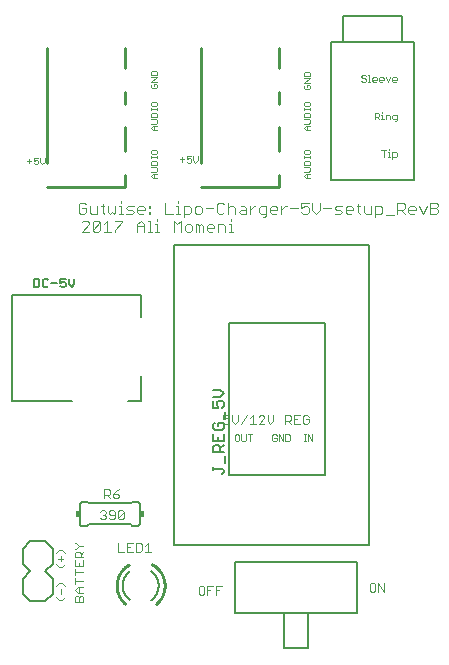
<source format=gto>
G75*
%MOIN*%
%OFA0B0*%
%FSLAX25Y25*%
%IPPOS*%
%LPD*%
%AMOC8*
5,1,8,0,0,1.08239X$1,22.5*
%
%ADD10C,0.00300*%
%ADD11C,0.00800*%
%ADD12C,0.00500*%
%ADD13C,0.00200*%
%ADD14C,0.00400*%
%ADD15C,0.00600*%
%ADD16C,0.01000*%
%ADD17R,0.01500X0.02000*%
D10*
X0032758Y0018252D02*
X0033725Y0017285D01*
X0034693Y0017285D01*
X0035660Y0018252D01*
X0034209Y0019249D02*
X0034209Y0021184D01*
X0035660Y0022195D02*
X0034693Y0023163D01*
X0033725Y0023163D01*
X0032758Y0022195D01*
X0033725Y0028285D02*
X0032758Y0029252D01*
X0033725Y0028285D02*
X0034693Y0028285D01*
X0035660Y0029252D01*
X0034209Y0030249D02*
X0034209Y0032184D01*
X0033242Y0031216D02*
X0035177Y0031216D01*
X0035660Y0033195D02*
X0034693Y0034163D01*
X0033725Y0034163D01*
X0032758Y0033195D01*
X0038958Y0033018D02*
X0038958Y0031567D01*
X0041860Y0031567D01*
X0040893Y0031567D02*
X0040893Y0033018D01*
X0040409Y0033502D01*
X0039442Y0033502D01*
X0038958Y0033018D01*
X0038958Y0034513D02*
X0039442Y0034513D01*
X0040409Y0035481D01*
X0041860Y0035481D01*
X0040409Y0035481D02*
X0039442Y0036448D01*
X0038958Y0036448D01*
X0041860Y0033502D02*
X0040893Y0032534D01*
X0041860Y0030555D02*
X0041860Y0028620D01*
X0038958Y0028620D01*
X0038958Y0030555D01*
X0040409Y0029588D02*
X0040409Y0028620D01*
X0038958Y0027609D02*
X0038958Y0025674D01*
X0038958Y0026641D02*
X0041860Y0026641D01*
X0041860Y0023695D02*
X0038958Y0023695D01*
X0038958Y0024662D02*
X0038958Y0022727D01*
X0039925Y0021716D02*
X0038958Y0020748D01*
X0039925Y0019781D01*
X0041860Y0019781D01*
X0041377Y0018769D02*
X0041860Y0018285D01*
X0041860Y0016834D01*
X0038958Y0016834D01*
X0038958Y0018285D01*
X0039442Y0018769D01*
X0039925Y0018769D01*
X0040409Y0018285D01*
X0040409Y0016834D01*
X0040409Y0018285D02*
X0040893Y0018769D01*
X0041377Y0018769D01*
X0040409Y0019781D02*
X0040409Y0021716D01*
X0039925Y0021716D02*
X0041860Y0021716D01*
X0053504Y0033522D02*
X0053504Y0036425D01*
X0053504Y0033522D02*
X0055439Y0033522D01*
X0056451Y0033522D02*
X0058386Y0033522D01*
X0059397Y0033522D02*
X0060849Y0033522D01*
X0061332Y0034006D01*
X0061332Y0035941D01*
X0060849Y0036425D01*
X0059397Y0036425D01*
X0059397Y0033522D01*
X0057418Y0034973D02*
X0056451Y0034973D01*
X0056451Y0033522D02*
X0056451Y0036425D01*
X0058386Y0036425D01*
X0062344Y0035457D02*
X0063311Y0036425D01*
X0063311Y0033522D01*
X0062344Y0033522D02*
X0064279Y0033522D01*
X0054732Y0044350D02*
X0055216Y0044834D01*
X0055216Y0046769D01*
X0053281Y0044834D01*
X0053765Y0044350D01*
X0054732Y0044350D01*
X0053281Y0044834D02*
X0053281Y0046769D01*
X0053765Y0047253D01*
X0054732Y0047253D01*
X0055216Y0046769D01*
X0052269Y0046769D02*
X0051786Y0047253D01*
X0050818Y0047253D01*
X0050334Y0046769D01*
X0050334Y0046285D01*
X0050818Y0045802D01*
X0052269Y0045802D01*
X0052269Y0046769D02*
X0052269Y0044834D01*
X0051786Y0044350D01*
X0050818Y0044350D01*
X0050334Y0044834D01*
X0049323Y0044834D02*
X0048839Y0044350D01*
X0047872Y0044350D01*
X0047388Y0044834D01*
X0048355Y0045802D02*
X0048839Y0045802D01*
X0049323Y0045318D01*
X0049323Y0044834D01*
X0048839Y0045802D02*
X0049323Y0046285D01*
X0049323Y0046769D01*
X0048839Y0047253D01*
X0047872Y0047253D01*
X0047388Y0046769D01*
X0048788Y0051350D02*
X0048788Y0054253D01*
X0050239Y0054253D01*
X0050723Y0053769D01*
X0050723Y0052802D01*
X0050239Y0052318D01*
X0048788Y0052318D01*
X0049755Y0052318D02*
X0050723Y0051350D01*
X0051734Y0051834D02*
X0052218Y0051350D01*
X0053186Y0051350D01*
X0053669Y0051834D01*
X0053669Y0052318D01*
X0053186Y0052802D01*
X0051734Y0052802D01*
X0051734Y0051834D01*
X0051734Y0052802D02*
X0052702Y0053769D01*
X0053669Y0054253D01*
X0080697Y0022078D02*
X0080213Y0021594D01*
X0080213Y0019659D01*
X0080697Y0019176D01*
X0081664Y0019176D01*
X0082148Y0019659D01*
X0082148Y0021594D01*
X0081664Y0022078D01*
X0080697Y0022078D01*
X0083160Y0022078D02*
X0085094Y0022078D01*
X0086106Y0022078D02*
X0088041Y0022078D01*
X0087074Y0020627D02*
X0086106Y0020627D01*
X0086106Y0019176D02*
X0086106Y0022078D01*
X0084127Y0020627D02*
X0083160Y0020627D01*
X0083160Y0019176D02*
X0083160Y0022078D01*
X0137213Y0022594D02*
X0137213Y0020659D01*
X0137697Y0020176D01*
X0138664Y0020176D01*
X0139148Y0020659D01*
X0139148Y0022594D01*
X0138664Y0023078D01*
X0137697Y0023078D01*
X0137213Y0022594D01*
X0140160Y0023078D02*
X0140160Y0020176D01*
X0142094Y0020176D02*
X0140160Y0023078D01*
X0142094Y0023078D02*
X0142094Y0020176D01*
X0091556Y0140176D02*
X0090322Y0140176D01*
X0090939Y0140176D02*
X0090939Y0142644D01*
X0090322Y0142644D01*
X0089107Y0142027D02*
X0089107Y0140176D01*
X0089107Y0142027D02*
X0088490Y0142644D01*
X0086638Y0142644D01*
X0086638Y0140176D01*
X0085424Y0141410D02*
X0082955Y0141410D01*
X0082955Y0142027D02*
X0083572Y0142644D01*
X0084807Y0142644D01*
X0085424Y0142027D01*
X0085424Y0141410D01*
X0084807Y0140176D02*
X0083572Y0140176D01*
X0082955Y0140793D01*
X0082955Y0142027D01*
X0081741Y0142027D02*
X0081741Y0140176D01*
X0080507Y0140176D02*
X0080507Y0142027D01*
X0081124Y0142644D01*
X0081741Y0142027D01*
X0080507Y0142027D02*
X0079889Y0142644D01*
X0079272Y0142644D01*
X0079272Y0140176D01*
X0078058Y0140793D02*
X0078058Y0142027D01*
X0077441Y0142644D01*
X0076206Y0142644D01*
X0075589Y0142027D01*
X0075589Y0140793D01*
X0076206Y0140176D01*
X0077441Y0140176D01*
X0078058Y0140793D01*
X0075203Y0144941D02*
X0075203Y0148644D01*
X0077054Y0148644D01*
X0077672Y0148027D01*
X0077672Y0146793D01*
X0077054Y0146176D01*
X0075203Y0146176D01*
X0073982Y0146176D02*
X0072747Y0146176D01*
X0073365Y0146176D02*
X0073365Y0148644D01*
X0072747Y0148644D01*
X0073365Y0149879D02*
X0073365Y0150496D01*
X0069064Y0149879D02*
X0069064Y0146176D01*
X0071533Y0146176D01*
X0071906Y0143879D02*
X0073140Y0142644D01*
X0074375Y0143879D01*
X0074375Y0140176D01*
X0071906Y0140176D02*
X0071906Y0143879D01*
X0067002Y0140176D02*
X0065767Y0140176D01*
X0066384Y0140176D02*
X0066384Y0142644D01*
X0065767Y0142644D01*
X0066384Y0143879D02*
X0066384Y0144496D01*
X0063929Y0143879D02*
X0063929Y0140176D01*
X0063312Y0140176D02*
X0064546Y0140176D01*
X0062097Y0140176D02*
X0062097Y0142644D01*
X0060863Y0143879D01*
X0059629Y0142644D01*
X0059629Y0140176D01*
X0059629Y0142027D02*
X0062097Y0142027D01*
X0063312Y0143879D02*
X0063929Y0143879D01*
X0064157Y0146176D02*
X0063540Y0146176D01*
X0063540Y0146793D01*
X0064157Y0146793D01*
X0064157Y0146176D01*
X0064157Y0148027D02*
X0063540Y0148027D01*
X0063540Y0148644D01*
X0064157Y0148644D01*
X0064157Y0148027D01*
X0062325Y0148027D02*
X0062325Y0147410D01*
X0059856Y0147410D01*
X0059856Y0148027D02*
X0060474Y0148644D01*
X0061708Y0148644D01*
X0062325Y0148027D01*
X0061708Y0146176D02*
X0060474Y0146176D01*
X0059856Y0146793D01*
X0059856Y0148027D01*
X0058642Y0148644D02*
X0056790Y0148644D01*
X0056173Y0148027D01*
X0056790Y0147410D01*
X0058025Y0147410D01*
X0058642Y0146793D01*
X0058025Y0146176D01*
X0056173Y0146176D01*
X0054952Y0146176D02*
X0053718Y0146176D01*
X0054335Y0146176D02*
X0054335Y0148644D01*
X0053718Y0148644D01*
X0052503Y0148644D02*
X0052503Y0146793D01*
X0051886Y0146176D01*
X0051269Y0146793D01*
X0050652Y0146176D01*
X0050035Y0146793D01*
X0050035Y0148644D01*
X0048814Y0148644D02*
X0047579Y0148644D01*
X0048196Y0149262D02*
X0048196Y0146793D01*
X0048814Y0146176D01*
X0046365Y0146176D02*
X0046365Y0148644D01*
X0046365Y0146176D02*
X0044513Y0146176D01*
X0043896Y0146793D01*
X0043896Y0148644D01*
X0042682Y0148027D02*
X0041447Y0148027D01*
X0042682Y0148027D02*
X0042682Y0146793D01*
X0042065Y0146176D01*
X0040830Y0146176D01*
X0040213Y0146793D01*
X0040213Y0149262D01*
X0040830Y0149879D01*
X0042065Y0149879D01*
X0042682Y0149262D01*
X0043065Y0143879D02*
X0041830Y0143879D01*
X0041213Y0143262D01*
X0043065Y0143879D02*
X0043682Y0143262D01*
X0043682Y0142644D01*
X0041213Y0140176D01*
X0043682Y0140176D01*
X0044896Y0140793D02*
X0047365Y0143262D01*
X0047365Y0140793D01*
X0046748Y0140176D01*
X0045513Y0140176D01*
X0044896Y0140793D01*
X0044896Y0143262D01*
X0045513Y0143879D01*
X0046748Y0143879D01*
X0047365Y0143262D01*
X0048579Y0142644D02*
X0049814Y0143879D01*
X0049814Y0140176D01*
X0051048Y0140176D02*
X0048579Y0140176D01*
X0052262Y0140176D02*
X0052262Y0140793D01*
X0054731Y0143262D01*
X0054731Y0143879D01*
X0052262Y0143879D01*
X0054335Y0149879D02*
X0054335Y0150496D01*
X0078886Y0148027D02*
X0078886Y0146793D01*
X0079503Y0146176D01*
X0080738Y0146176D01*
X0081355Y0146793D01*
X0081355Y0148027D01*
X0080738Y0148644D01*
X0079503Y0148644D01*
X0078886Y0148027D01*
X0082569Y0148027D02*
X0085038Y0148027D01*
X0086252Y0146793D02*
X0086869Y0146176D01*
X0088104Y0146176D01*
X0088721Y0146793D01*
X0089935Y0146176D02*
X0089935Y0149879D01*
X0088721Y0149262D02*
X0088104Y0149879D01*
X0086869Y0149879D01*
X0086252Y0149262D01*
X0086252Y0146793D01*
X0089935Y0148027D02*
X0090553Y0148644D01*
X0091787Y0148644D01*
X0092404Y0148027D01*
X0092404Y0146176D01*
X0093619Y0146793D02*
X0094236Y0147410D01*
X0096087Y0147410D01*
X0096087Y0148027D02*
X0096087Y0146176D01*
X0094236Y0146176D01*
X0093619Y0146793D01*
X0094236Y0148644D02*
X0095470Y0148644D01*
X0096087Y0148027D01*
X0097302Y0147410D02*
X0098536Y0148644D01*
X0099153Y0148644D01*
X0100371Y0148027D02*
X0100371Y0146793D01*
X0100988Y0146176D01*
X0102840Y0146176D01*
X0102840Y0145558D02*
X0102840Y0148644D01*
X0100988Y0148644D01*
X0100371Y0148027D01*
X0102840Y0145558D02*
X0102223Y0144941D01*
X0101605Y0144941D01*
X0104054Y0146793D02*
X0104054Y0148027D01*
X0104671Y0148644D01*
X0105906Y0148644D01*
X0106523Y0148027D01*
X0106523Y0147410D01*
X0104054Y0147410D01*
X0104054Y0146793D02*
X0104671Y0146176D01*
X0105906Y0146176D01*
X0107737Y0146176D02*
X0107737Y0148644D01*
X0107737Y0147410D02*
X0108972Y0148644D01*
X0109589Y0148644D01*
X0110807Y0148027D02*
X0113275Y0148027D01*
X0114490Y0148027D02*
X0114490Y0149879D01*
X0116958Y0149879D01*
X0118173Y0149879D02*
X0118173Y0147410D01*
X0119407Y0146176D01*
X0120642Y0147410D01*
X0120642Y0149879D01*
X0121856Y0148027D02*
X0124325Y0148027D01*
X0125539Y0148027D02*
X0126156Y0148644D01*
X0128008Y0148644D01*
X0129222Y0148027D02*
X0129222Y0146793D01*
X0129839Y0146176D01*
X0131074Y0146176D01*
X0131691Y0147410D02*
X0129222Y0147410D01*
X0129222Y0148027D02*
X0129839Y0148644D01*
X0131074Y0148644D01*
X0131691Y0148027D01*
X0131691Y0147410D01*
X0132905Y0148644D02*
X0134140Y0148644D01*
X0133523Y0149262D02*
X0133523Y0146793D01*
X0134140Y0146176D01*
X0135361Y0146793D02*
X0135978Y0146176D01*
X0137830Y0146176D01*
X0137830Y0148644D01*
X0139044Y0148644D02*
X0140896Y0148644D01*
X0141513Y0148027D01*
X0141513Y0146793D01*
X0140896Y0146176D01*
X0139044Y0146176D01*
X0139044Y0144941D02*
X0139044Y0148644D01*
X0142727Y0145558D02*
X0145196Y0145558D01*
X0146410Y0146176D02*
X0146410Y0149879D01*
X0148262Y0149879D01*
X0148879Y0149262D01*
X0148879Y0148027D01*
X0148262Y0147410D01*
X0146410Y0147410D01*
X0147645Y0147410D02*
X0148879Y0146176D01*
X0150093Y0146793D02*
X0150093Y0148027D01*
X0150711Y0148644D01*
X0151945Y0148644D01*
X0152562Y0148027D01*
X0152562Y0147410D01*
X0150093Y0147410D01*
X0150093Y0146793D02*
X0150711Y0146176D01*
X0151945Y0146176D01*
X0155011Y0146176D02*
X0153777Y0148644D01*
X0156245Y0148644D02*
X0155011Y0146176D01*
X0157460Y0146176D02*
X0157460Y0149879D01*
X0159311Y0149879D01*
X0159929Y0149262D01*
X0159929Y0148644D01*
X0159311Y0148027D01*
X0157460Y0148027D01*
X0159311Y0148027D02*
X0159929Y0147410D01*
X0159929Y0146793D01*
X0159311Y0146176D01*
X0157460Y0146176D01*
X0135361Y0146793D02*
X0135361Y0148644D01*
X0128008Y0146793D02*
X0127391Y0147410D01*
X0126156Y0147410D01*
X0125539Y0148027D01*
X0125539Y0146176D02*
X0127391Y0146176D01*
X0128008Y0146793D01*
X0116958Y0146793D02*
X0116341Y0146176D01*
X0115107Y0146176D01*
X0114490Y0146793D01*
X0114490Y0148027D02*
X0115724Y0148644D01*
X0116341Y0148644D01*
X0116958Y0148027D01*
X0116958Y0146793D01*
X0097302Y0146176D02*
X0097302Y0148644D01*
X0090939Y0144496D02*
X0090939Y0143879D01*
D11*
X0021610Y0024510D02*
X0021610Y0019510D01*
X0024110Y0017010D01*
X0029110Y0017010D01*
X0031610Y0019510D01*
X0031610Y0024510D01*
X0029110Y0027010D01*
X0031610Y0029510D01*
X0031610Y0034510D01*
X0029110Y0037010D01*
X0024110Y0037010D01*
X0021610Y0034510D01*
X0021610Y0029510D01*
X0024110Y0027010D01*
X0021610Y0024510D01*
X0017992Y0083734D02*
X0017992Y0119167D01*
X0060906Y0119167D01*
X0060906Y0111687D01*
X0060906Y0092002D02*
X0060906Y0083734D01*
X0056575Y0083734D01*
X0038071Y0083734D02*
X0017992Y0083734D01*
D12*
X0072181Y0035699D02*
X0137181Y0035699D01*
X0137181Y0135699D01*
X0072181Y0135699D01*
X0072181Y0035699D01*
X0087958Y0059402D02*
X0088541Y0059985D01*
X0088541Y0060569D01*
X0087958Y0061153D01*
X0085038Y0061153D01*
X0085038Y0060569D02*
X0085038Y0061737D01*
X0089125Y0063085D02*
X0089125Y0065420D01*
X0088541Y0066768D02*
X0085038Y0066768D01*
X0085038Y0068519D01*
X0085622Y0069103D01*
X0086790Y0069103D01*
X0087374Y0068519D01*
X0087374Y0066768D01*
X0087374Y0067936D02*
X0088541Y0069103D01*
X0088541Y0070451D02*
X0088541Y0072786D01*
X0087958Y0074134D02*
X0088541Y0074718D01*
X0088541Y0075886D01*
X0087958Y0076469D01*
X0086790Y0076469D01*
X0086790Y0075302D01*
X0085622Y0076469D02*
X0085038Y0075886D01*
X0085038Y0074718D01*
X0085622Y0074134D01*
X0087958Y0074134D01*
X0086790Y0071619D02*
X0086790Y0070451D01*
X0088541Y0070451D02*
X0085038Y0070451D01*
X0085038Y0072786D01*
X0089125Y0077817D02*
X0089125Y0080153D01*
X0087958Y0081500D02*
X0088541Y0082084D01*
X0088541Y0083252D01*
X0087958Y0083836D01*
X0086790Y0083836D01*
X0086206Y0083252D01*
X0086206Y0082668D01*
X0086790Y0081500D01*
X0085038Y0081500D01*
X0085038Y0083836D01*
X0085038Y0085184D02*
X0087374Y0085184D01*
X0088541Y0086351D01*
X0087374Y0087519D01*
X0085038Y0087519D01*
X0090291Y0109652D02*
X0090291Y0059152D01*
X0122291Y0059152D01*
X0122291Y0109652D01*
X0090291Y0109652D01*
X0124429Y0157443D02*
X0151929Y0157443D01*
X0151929Y0203443D01*
X0124429Y0203443D01*
X0124429Y0157443D01*
X0128429Y0203443D02*
X0128429Y0211943D01*
X0147929Y0211943D01*
X0147929Y0203443D01*
X0128429Y0203443D01*
X0133154Y0029990D02*
X0092209Y0029990D01*
X0092209Y0013061D01*
X0108744Y0013061D01*
X0108744Y0001250D01*
X0116618Y0001250D01*
X0116618Y0013061D01*
X0133154Y0013061D01*
X0133154Y0029990D01*
X0116618Y0013061D02*
X0108744Y0013061D01*
D13*
X0108439Y0070352D02*
X0108439Y0072553D01*
X0109181Y0072553D02*
X0110282Y0072553D01*
X0110649Y0072186D01*
X0110649Y0070719D01*
X0110282Y0070352D01*
X0109181Y0070352D01*
X0109181Y0072553D01*
X0106972Y0072553D02*
X0108439Y0070352D01*
X0106972Y0070352D02*
X0106972Y0072553D01*
X0106230Y0072186D02*
X0105863Y0072553D01*
X0105129Y0072553D01*
X0104762Y0072186D01*
X0104762Y0070719D01*
X0105129Y0070352D01*
X0105863Y0070352D01*
X0106230Y0070719D01*
X0106230Y0071453D01*
X0105496Y0071453D01*
X0098149Y0072553D02*
X0096681Y0072553D01*
X0097415Y0072553D02*
X0097415Y0070352D01*
X0095939Y0070719D02*
X0095939Y0072553D01*
X0094472Y0072553D02*
X0094472Y0070719D01*
X0094839Y0070352D01*
X0095572Y0070352D01*
X0095939Y0070719D01*
X0093730Y0070719D02*
X0093363Y0070352D01*
X0092629Y0070352D01*
X0092262Y0070719D01*
X0092262Y0072186D01*
X0092629Y0072553D01*
X0093363Y0072553D01*
X0093730Y0072186D01*
X0093730Y0070719D01*
X0115208Y0070352D02*
X0115942Y0070352D01*
X0115575Y0070352D02*
X0115575Y0072553D01*
X0115208Y0072553D02*
X0115942Y0072553D01*
X0116681Y0072553D02*
X0118149Y0070352D01*
X0118149Y0072553D01*
X0116681Y0072553D02*
X0116681Y0070352D01*
X0116309Y0157978D02*
X0116309Y0159446D01*
X0115942Y0159446D02*
X0117410Y0159446D01*
X0117043Y0160188D02*
X0115208Y0160188D01*
X0115942Y0159446D02*
X0115208Y0158712D01*
X0115942Y0157978D01*
X0117410Y0157978D01*
X0117043Y0160188D02*
X0117410Y0160555D01*
X0117410Y0161289D01*
X0117043Y0161656D01*
X0115208Y0161656D01*
X0115208Y0162398D02*
X0115208Y0163499D01*
X0115575Y0163866D01*
X0117043Y0163866D01*
X0117410Y0163499D01*
X0117410Y0162398D01*
X0115208Y0162398D01*
X0115208Y0164608D02*
X0115208Y0165342D01*
X0115208Y0164975D02*
X0117410Y0164975D01*
X0117410Y0164608D02*
X0117410Y0165342D01*
X0117043Y0166081D02*
X0117410Y0166448D01*
X0117410Y0167182D01*
X0117043Y0167549D01*
X0115575Y0167549D01*
X0115208Y0167182D01*
X0115208Y0166448D01*
X0115575Y0166081D01*
X0117043Y0166081D01*
X0117410Y0173978D02*
X0115942Y0173978D01*
X0115208Y0174712D01*
X0115942Y0175446D01*
X0117410Y0175446D01*
X0117043Y0176188D02*
X0117410Y0176555D01*
X0117410Y0177289D01*
X0117043Y0177656D01*
X0115208Y0177656D01*
X0115208Y0178398D02*
X0115208Y0179499D01*
X0115575Y0179866D01*
X0117043Y0179866D01*
X0117410Y0179499D01*
X0117410Y0178398D01*
X0115208Y0178398D01*
X0115208Y0180608D02*
X0115208Y0181342D01*
X0115208Y0180975D02*
X0117410Y0180975D01*
X0117410Y0180608D02*
X0117410Y0181342D01*
X0117043Y0182081D02*
X0117410Y0182448D01*
X0117410Y0183182D01*
X0117043Y0183549D01*
X0115575Y0183549D01*
X0115208Y0183182D01*
X0115208Y0182448D01*
X0115575Y0182081D01*
X0117043Y0182081D01*
X0117043Y0187661D02*
X0115575Y0187661D01*
X0115208Y0188028D01*
X0115208Y0188762D01*
X0115575Y0189129D01*
X0116309Y0189129D02*
X0116309Y0188395D01*
X0116309Y0189129D02*
X0117043Y0189129D01*
X0117410Y0188762D01*
X0117410Y0188028D01*
X0117043Y0187661D01*
X0117410Y0189871D02*
X0115208Y0189871D01*
X0117410Y0191339D01*
X0115208Y0191339D01*
X0115208Y0192081D02*
X0115208Y0193182D01*
X0115575Y0193549D01*
X0117043Y0193549D01*
X0117410Y0193182D01*
X0117410Y0192081D01*
X0115208Y0192081D01*
X0115208Y0176188D02*
X0117043Y0176188D01*
X0116309Y0175446D02*
X0116309Y0173978D01*
X0134506Y0190510D02*
X0134873Y0190143D01*
X0135607Y0190143D01*
X0135974Y0190510D01*
X0135974Y0190877D01*
X0135607Y0191244D01*
X0134873Y0191244D01*
X0134506Y0191611D01*
X0134506Y0191978D01*
X0134873Y0192345D01*
X0135607Y0192345D01*
X0135974Y0191978D01*
X0136716Y0192345D02*
X0137083Y0192345D01*
X0137083Y0190143D01*
X0136716Y0190143D02*
X0137450Y0190143D01*
X0138190Y0190510D02*
X0138190Y0191244D01*
X0138557Y0191611D01*
X0139291Y0191611D01*
X0139657Y0191244D01*
X0139657Y0190877D01*
X0138190Y0190877D01*
X0138190Y0190510D02*
X0138557Y0190143D01*
X0139291Y0190143D01*
X0140399Y0190510D02*
X0140399Y0191244D01*
X0140766Y0191611D01*
X0141500Y0191611D01*
X0141867Y0191244D01*
X0141867Y0190877D01*
X0140399Y0190877D01*
X0140399Y0190510D02*
X0140766Y0190143D01*
X0141500Y0190143D01*
X0142609Y0191611D02*
X0143343Y0190143D01*
X0144077Y0191611D01*
X0144819Y0191244D02*
X0145186Y0191611D01*
X0145920Y0191611D01*
X0146287Y0191244D01*
X0146287Y0190877D01*
X0144819Y0190877D01*
X0144819Y0190510D02*
X0144819Y0191244D01*
X0144819Y0190510D02*
X0145186Y0190143D01*
X0145920Y0190143D01*
X0141503Y0180212D02*
X0141503Y0179845D01*
X0141503Y0179111D02*
X0141503Y0177643D01*
X0141136Y0177643D02*
X0141870Y0177643D01*
X0142609Y0177643D02*
X0142609Y0179111D01*
X0143710Y0179111D01*
X0144077Y0178744D01*
X0144077Y0177643D01*
X0144819Y0178010D02*
X0145186Y0177643D01*
X0146287Y0177643D01*
X0146287Y0177276D02*
X0146287Y0179111D01*
X0145186Y0179111D01*
X0144819Y0178744D01*
X0144819Y0178010D01*
X0145553Y0176909D02*
X0145920Y0176909D01*
X0146287Y0177276D01*
X0141503Y0179111D02*
X0141136Y0179111D01*
X0140394Y0179478D02*
X0140394Y0178744D01*
X0140027Y0178377D01*
X0138926Y0178377D01*
X0138926Y0177643D02*
X0138926Y0179845D01*
X0140027Y0179845D01*
X0140394Y0179478D01*
X0139660Y0178377D02*
X0140394Y0177643D01*
X0141136Y0167345D02*
X0142604Y0167345D01*
X0141870Y0167345D02*
X0141870Y0165143D01*
X0143346Y0165143D02*
X0144080Y0165143D01*
X0143713Y0165143D02*
X0143713Y0166611D01*
X0143346Y0166611D01*
X0143713Y0167345D02*
X0143713Y0167712D01*
X0144819Y0166611D02*
X0144819Y0164409D01*
X0144819Y0165143D02*
X0145920Y0165143D01*
X0146287Y0165510D01*
X0146287Y0166244D01*
X0145920Y0166611D01*
X0144819Y0166611D01*
X0079885Y0165375D02*
X0079885Y0163907D01*
X0079151Y0163173D01*
X0078417Y0163907D01*
X0078417Y0165375D01*
X0077675Y0165375D02*
X0076208Y0165375D01*
X0076208Y0164274D01*
X0076941Y0164641D01*
X0077308Y0164641D01*
X0077675Y0164274D01*
X0077675Y0163540D01*
X0077308Y0163173D01*
X0076574Y0163173D01*
X0076208Y0163540D01*
X0075466Y0164274D02*
X0073998Y0164274D01*
X0074732Y0165008D02*
X0074732Y0163540D01*
X0066467Y0163481D02*
X0066100Y0163848D01*
X0064632Y0163848D01*
X0064265Y0163481D01*
X0064265Y0162380D01*
X0066467Y0162380D01*
X0066467Y0163481D01*
X0066467Y0164590D02*
X0066467Y0165324D01*
X0066467Y0164957D02*
X0064265Y0164957D01*
X0064265Y0164590D02*
X0064265Y0165324D01*
X0064632Y0166063D02*
X0066100Y0166063D01*
X0066467Y0166430D01*
X0066467Y0167164D01*
X0066100Y0167531D01*
X0064632Y0167531D01*
X0064265Y0167164D01*
X0064265Y0166430D01*
X0064632Y0166063D01*
X0064265Y0161638D02*
X0066100Y0161638D01*
X0066467Y0161271D01*
X0066467Y0160537D01*
X0066100Y0160170D01*
X0064265Y0160170D01*
X0064999Y0159428D02*
X0066467Y0159428D01*
X0065366Y0159428D02*
X0065366Y0157960D01*
X0064999Y0157960D02*
X0066467Y0157960D01*
X0064999Y0157960D02*
X0064265Y0158694D01*
X0064999Y0159428D01*
X0064999Y0173960D02*
X0064265Y0174694D01*
X0064999Y0175428D01*
X0066467Y0175428D01*
X0066100Y0176170D02*
X0066467Y0176537D01*
X0066467Y0177271D01*
X0066100Y0177638D01*
X0064265Y0177638D01*
X0064265Y0178380D02*
X0064265Y0179481D01*
X0064632Y0179848D01*
X0066100Y0179848D01*
X0066467Y0179481D01*
X0066467Y0178380D01*
X0064265Y0178380D01*
X0064265Y0176170D02*
X0066100Y0176170D01*
X0065366Y0175428D02*
X0065366Y0173960D01*
X0064999Y0173960D02*
X0066467Y0173960D01*
X0066467Y0180590D02*
X0066467Y0181324D01*
X0066467Y0180957D02*
X0064265Y0180957D01*
X0064265Y0180590D02*
X0064265Y0181324D01*
X0064632Y0182063D02*
X0066100Y0182063D01*
X0066467Y0182430D01*
X0066467Y0183164D01*
X0066100Y0183531D01*
X0064632Y0183531D01*
X0064265Y0183164D01*
X0064265Y0182430D01*
X0064632Y0182063D01*
X0064632Y0187960D02*
X0066100Y0187960D01*
X0066467Y0188327D01*
X0066467Y0189061D01*
X0066100Y0189428D01*
X0065366Y0189428D01*
X0065366Y0188694D01*
X0064632Y0187960D02*
X0064265Y0188327D01*
X0064265Y0189061D01*
X0064632Y0189428D01*
X0064265Y0190170D02*
X0066467Y0191638D01*
X0064265Y0191638D01*
X0064265Y0192380D02*
X0064265Y0193481D01*
X0064632Y0193848D01*
X0066100Y0193848D01*
X0066467Y0193481D01*
X0066467Y0192380D01*
X0064265Y0192380D01*
X0064265Y0190170D02*
X0066467Y0190170D01*
X0028885Y0164824D02*
X0028885Y0163356D01*
X0028151Y0162622D01*
X0027417Y0163356D01*
X0027417Y0164824D01*
X0026675Y0164824D02*
X0025208Y0164824D01*
X0025208Y0163723D01*
X0025941Y0164090D01*
X0026308Y0164090D01*
X0026675Y0163723D01*
X0026675Y0162989D01*
X0026308Y0162622D01*
X0025574Y0162622D01*
X0025208Y0162989D01*
X0024466Y0163723D02*
X0022998Y0163723D01*
X0023732Y0164457D02*
X0023732Y0162989D01*
D14*
X0088526Y0078954D02*
X0088526Y0077553D01*
X0089460Y0078020D01*
X0089927Y0078020D01*
X0090394Y0077553D01*
X0090394Y0076619D01*
X0089927Y0076152D01*
X0088993Y0076152D01*
X0088526Y0076619D01*
X0088526Y0078954D02*
X0090394Y0078954D01*
X0091473Y0078954D02*
X0091473Y0077086D01*
X0092407Y0076152D01*
X0093341Y0077086D01*
X0093341Y0078954D01*
X0096287Y0078954D02*
X0094419Y0076152D01*
X0097366Y0076152D02*
X0099234Y0076152D01*
X0098300Y0076152D02*
X0098300Y0078954D01*
X0097366Y0078020D01*
X0100312Y0078487D02*
X0100779Y0078954D01*
X0101713Y0078954D01*
X0102180Y0078487D01*
X0102180Y0078020D01*
X0100312Y0076152D01*
X0102180Y0076152D01*
X0103259Y0077086D02*
X0104193Y0076152D01*
X0105127Y0077086D01*
X0105127Y0078954D01*
X0103259Y0078954D02*
X0103259Y0077086D01*
X0109152Y0077086D02*
X0110553Y0077086D01*
X0111020Y0077553D01*
X0111020Y0078487D01*
X0110553Y0078954D01*
X0109152Y0078954D01*
X0109152Y0076152D01*
X0110086Y0077086D02*
X0111020Y0076152D01*
X0112098Y0076152D02*
X0113967Y0076152D01*
X0115045Y0076619D02*
X0115045Y0078487D01*
X0115512Y0078954D01*
X0116446Y0078954D01*
X0116913Y0078487D01*
X0116913Y0077553D02*
X0115979Y0077553D01*
X0116913Y0077553D02*
X0116913Y0076619D01*
X0116446Y0076152D01*
X0115512Y0076152D01*
X0115045Y0076619D01*
X0113032Y0077553D02*
X0112098Y0077553D01*
X0112098Y0078954D02*
X0112098Y0076152D01*
X0112098Y0078954D02*
X0113967Y0078954D01*
D15*
X0060638Y0049100D02*
X0060638Y0043100D01*
X0060636Y0043040D01*
X0060631Y0042979D01*
X0060622Y0042920D01*
X0060609Y0042861D01*
X0060593Y0042802D01*
X0060573Y0042745D01*
X0060550Y0042690D01*
X0060523Y0042635D01*
X0060494Y0042583D01*
X0060461Y0042532D01*
X0060425Y0042483D01*
X0060387Y0042437D01*
X0060345Y0042393D01*
X0060301Y0042351D01*
X0060255Y0042313D01*
X0060206Y0042277D01*
X0060155Y0042244D01*
X0060103Y0042215D01*
X0060048Y0042188D01*
X0059993Y0042165D01*
X0059936Y0042145D01*
X0059877Y0042129D01*
X0059818Y0042116D01*
X0059759Y0042107D01*
X0059698Y0042102D01*
X0059638Y0042100D01*
X0058138Y0042100D01*
X0057638Y0042600D01*
X0043638Y0042600D01*
X0043138Y0042100D01*
X0041638Y0042100D01*
X0041578Y0042102D01*
X0041517Y0042107D01*
X0041458Y0042116D01*
X0041399Y0042129D01*
X0041340Y0042145D01*
X0041283Y0042165D01*
X0041228Y0042188D01*
X0041173Y0042215D01*
X0041121Y0042244D01*
X0041070Y0042277D01*
X0041021Y0042313D01*
X0040975Y0042351D01*
X0040931Y0042393D01*
X0040889Y0042437D01*
X0040851Y0042483D01*
X0040815Y0042532D01*
X0040782Y0042583D01*
X0040753Y0042635D01*
X0040726Y0042690D01*
X0040703Y0042745D01*
X0040683Y0042802D01*
X0040667Y0042861D01*
X0040654Y0042920D01*
X0040645Y0042979D01*
X0040640Y0043040D01*
X0040638Y0043100D01*
X0040638Y0049100D01*
X0040640Y0049160D01*
X0040645Y0049221D01*
X0040654Y0049280D01*
X0040667Y0049339D01*
X0040683Y0049398D01*
X0040703Y0049455D01*
X0040726Y0049510D01*
X0040753Y0049565D01*
X0040782Y0049617D01*
X0040815Y0049668D01*
X0040851Y0049717D01*
X0040889Y0049763D01*
X0040931Y0049807D01*
X0040975Y0049849D01*
X0041021Y0049887D01*
X0041070Y0049923D01*
X0041121Y0049956D01*
X0041173Y0049985D01*
X0041228Y0050012D01*
X0041283Y0050035D01*
X0041340Y0050055D01*
X0041399Y0050071D01*
X0041458Y0050084D01*
X0041517Y0050093D01*
X0041578Y0050098D01*
X0041638Y0050100D01*
X0043138Y0050100D01*
X0043638Y0049600D01*
X0057638Y0049600D01*
X0058138Y0050100D01*
X0059638Y0050100D01*
X0059698Y0050098D01*
X0059759Y0050093D01*
X0059818Y0050084D01*
X0059877Y0050071D01*
X0059936Y0050055D01*
X0059993Y0050035D01*
X0060048Y0050012D01*
X0060103Y0049985D01*
X0060155Y0049956D01*
X0060206Y0049923D01*
X0060255Y0049887D01*
X0060301Y0049849D01*
X0060345Y0049807D01*
X0060387Y0049763D01*
X0060425Y0049717D01*
X0060461Y0049668D01*
X0060494Y0049617D01*
X0060523Y0049565D01*
X0060550Y0049510D01*
X0060573Y0049455D01*
X0060593Y0049398D01*
X0060609Y0049339D01*
X0060622Y0049280D01*
X0060631Y0049221D01*
X0060636Y0049160D01*
X0060638Y0049100D01*
X0066909Y0022234D02*
X0066907Y0022080D01*
X0066901Y0021926D01*
X0066891Y0021772D01*
X0066877Y0021618D01*
X0066860Y0021465D01*
X0066838Y0021313D01*
X0066812Y0021161D01*
X0066783Y0021009D01*
X0066749Y0020859D01*
X0066712Y0020709D01*
X0066671Y0020561D01*
X0066626Y0020413D01*
X0066577Y0020267D01*
X0066525Y0020122D01*
X0066469Y0019979D01*
X0066409Y0019836D01*
X0066346Y0019696D01*
X0066279Y0019557D01*
X0066208Y0019420D01*
X0066134Y0019285D01*
X0066057Y0019152D01*
X0065976Y0019020D01*
X0065892Y0018891D01*
X0065804Y0018764D01*
X0065713Y0018640D01*
X0065620Y0018518D01*
X0065522Y0018398D01*
X0065422Y0018281D01*
X0065319Y0018166D01*
X0065213Y0018054D01*
X0065105Y0017945D01*
X0064993Y0017839D01*
X0064879Y0017735D01*
X0064762Y0017635D01*
X0064643Y0017537D01*
X0064521Y0017443D01*
X0064396Y0017352D01*
X0054909Y0022234D02*
X0054911Y0022386D01*
X0054917Y0022537D01*
X0054926Y0022688D01*
X0054940Y0022840D01*
X0054957Y0022990D01*
X0054978Y0023140D01*
X0055003Y0023290D01*
X0055031Y0023439D01*
X0055064Y0023587D01*
X0055100Y0023734D01*
X0055139Y0023881D01*
X0055183Y0024026D01*
X0055230Y0024170D01*
X0055281Y0024313D01*
X0055335Y0024454D01*
X0055393Y0024595D01*
X0055454Y0024733D01*
X0055519Y0024870D01*
X0055588Y0025006D01*
X0055659Y0025139D01*
X0055734Y0025271D01*
X0055813Y0025401D01*
X0055894Y0025528D01*
X0055979Y0025654D01*
X0056067Y0025778D01*
X0056158Y0025899D01*
X0056252Y0026018D01*
X0056350Y0026134D01*
X0056450Y0026248D01*
X0056552Y0026360D01*
X0056658Y0026468D01*
X0056766Y0026574D01*
X0056877Y0026678D01*
X0056991Y0026778D01*
X0057107Y0026876D01*
X0057226Y0026970D01*
X0054909Y0022234D02*
X0054911Y0022082D01*
X0054917Y0021931D01*
X0054926Y0021780D01*
X0054940Y0021628D01*
X0054957Y0021478D01*
X0054978Y0021328D01*
X0055003Y0021178D01*
X0055031Y0021029D01*
X0055064Y0020881D01*
X0055100Y0020734D01*
X0055139Y0020587D01*
X0055183Y0020442D01*
X0055230Y0020298D01*
X0055281Y0020155D01*
X0055335Y0020014D01*
X0055393Y0019873D01*
X0055454Y0019735D01*
X0055519Y0019598D01*
X0055588Y0019462D01*
X0055659Y0019329D01*
X0055734Y0019197D01*
X0055813Y0019067D01*
X0055894Y0018940D01*
X0055979Y0018814D01*
X0056067Y0018690D01*
X0056158Y0018569D01*
X0056252Y0018450D01*
X0056350Y0018334D01*
X0056450Y0018220D01*
X0056552Y0018108D01*
X0056658Y0018000D01*
X0056766Y0017894D01*
X0056877Y0017790D01*
X0056991Y0017690D01*
X0057107Y0017592D01*
X0057226Y0017498D01*
X0066909Y0022234D02*
X0066907Y0022384D01*
X0066901Y0022535D01*
X0066892Y0022685D01*
X0066879Y0022834D01*
X0066862Y0022984D01*
X0066841Y0023133D01*
X0066817Y0023281D01*
X0066789Y0023429D01*
X0066757Y0023576D01*
X0066722Y0023722D01*
X0066682Y0023867D01*
X0066640Y0024011D01*
X0066593Y0024154D01*
X0066543Y0024296D01*
X0066490Y0024437D01*
X0066433Y0024576D01*
X0066373Y0024714D01*
X0066309Y0024850D01*
X0066242Y0024984D01*
X0066171Y0025117D01*
X0066097Y0025248D01*
X0066020Y0025377D01*
X0065939Y0025504D01*
X0065856Y0025629D01*
X0065769Y0025752D01*
X0065680Y0025873D01*
X0065587Y0025991D01*
X0065491Y0026107D01*
X0065393Y0026221D01*
X0065292Y0026332D01*
X0065187Y0026441D01*
X0065081Y0026546D01*
X0064971Y0026650D01*
X0064859Y0026750D01*
X0064745Y0026848D01*
X0064628Y0026942D01*
X0064509Y0027034D01*
X0037953Y0121751D02*
X0037086Y0122618D01*
X0037086Y0124353D01*
X0035874Y0124353D02*
X0034140Y0124353D01*
X0034140Y0123052D01*
X0035007Y0123486D01*
X0035441Y0123486D01*
X0035874Y0123052D01*
X0035874Y0122184D01*
X0035441Y0121751D01*
X0034573Y0121751D01*
X0034140Y0122184D01*
X0032928Y0123052D02*
X0031193Y0123052D01*
X0029981Y0123919D02*
X0029548Y0124353D01*
X0028680Y0124353D01*
X0028247Y0123919D01*
X0028247Y0122184D01*
X0028680Y0121751D01*
X0029548Y0121751D01*
X0029981Y0122184D01*
X0027035Y0122184D02*
X0027035Y0123919D01*
X0026601Y0124353D01*
X0025300Y0124353D01*
X0025300Y0121751D01*
X0026601Y0121751D01*
X0027035Y0122184D01*
X0037953Y0121751D02*
X0038821Y0122618D01*
X0038821Y0124353D01*
D16*
X0029567Y0155159D02*
X0055551Y0155159D01*
X0055551Y0159191D01*
X0055551Y0166941D02*
X0055551Y0174941D01*
X0055551Y0182691D02*
X0055551Y0186691D01*
X0055551Y0194566D02*
X0055551Y0201222D01*
X0081118Y0201222D02*
X0081118Y0162941D01*
X0081118Y0155159D02*
X0107102Y0155159D01*
X0107102Y0159191D01*
X0107102Y0166941D02*
X0107102Y0174941D01*
X0107102Y0182691D02*
X0107102Y0186691D01*
X0107102Y0194566D02*
X0107102Y0201222D01*
X0029567Y0201222D02*
X0029567Y0162941D01*
X0056940Y0029180D02*
X0056771Y0029081D01*
X0056605Y0028977D01*
X0056441Y0028870D01*
X0056280Y0028759D01*
X0056122Y0028644D01*
X0055967Y0028525D01*
X0055814Y0028402D01*
X0055665Y0028276D01*
X0055519Y0028146D01*
X0055376Y0028012D01*
X0055236Y0027875D01*
X0055100Y0027735D01*
X0054967Y0027591D01*
X0054838Y0027444D01*
X0054712Y0027294D01*
X0054591Y0027141D01*
X0054472Y0026985D01*
X0054358Y0026826D01*
X0054248Y0026665D01*
X0054142Y0026500D01*
X0054039Y0026334D01*
X0053941Y0026164D01*
X0053847Y0025993D01*
X0053757Y0025819D01*
X0053672Y0025643D01*
X0053590Y0025465D01*
X0053514Y0025285D01*
X0053441Y0025103D01*
X0053373Y0024920D01*
X0053310Y0024735D01*
X0053251Y0024548D01*
X0053197Y0024360D01*
X0053147Y0024171D01*
X0053102Y0023981D01*
X0053062Y0023789D01*
X0053026Y0023597D01*
X0052995Y0023404D01*
X0052969Y0023210D01*
X0052947Y0023015D01*
X0052931Y0022820D01*
X0052919Y0022625D01*
X0052911Y0022429D01*
X0052909Y0022234D01*
X0064674Y0029293D02*
X0064842Y0029200D01*
X0065008Y0029104D01*
X0065172Y0029004D01*
X0065333Y0028899D01*
X0065492Y0028791D01*
X0065648Y0028679D01*
X0065802Y0028563D01*
X0065952Y0028444D01*
X0066100Y0028321D01*
X0066245Y0028195D01*
X0066386Y0028065D01*
X0066525Y0027932D01*
X0066660Y0027795D01*
X0066792Y0027655D01*
X0066920Y0027513D01*
X0067045Y0027367D01*
X0067167Y0027218D01*
X0067285Y0027066D01*
X0067399Y0026912D01*
X0067509Y0026754D01*
X0067616Y0026595D01*
X0067719Y0026432D01*
X0067818Y0026267D01*
X0067913Y0026100D01*
X0068003Y0025931D01*
X0068090Y0025760D01*
X0068173Y0025586D01*
X0068251Y0025411D01*
X0068325Y0025233D01*
X0068395Y0025054D01*
X0068461Y0024874D01*
X0068522Y0024692D01*
X0068579Y0024508D01*
X0068631Y0024323D01*
X0068679Y0024137D01*
X0068723Y0023950D01*
X0068762Y0023762D01*
X0068796Y0023573D01*
X0068826Y0023383D01*
X0068851Y0023193D01*
X0068872Y0023002D01*
X0068888Y0022810D01*
X0068900Y0022618D01*
X0068907Y0022426D01*
X0068909Y0022234D01*
X0055741Y0016127D02*
X0055595Y0016254D01*
X0055453Y0016383D01*
X0055313Y0016517D01*
X0055177Y0016653D01*
X0055044Y0016793D01*
X0054914Y0016936D01*
X0054788Y0017083D01*
X0054666Y0017232D01*
X0054547Y0017384D01*
X0054432Y0017539D01*
X0054320Y0017696D01*
X0054213Y0017856D01*
X0054109Y0018019D01*
X0054010Y0018185D01*
X0053914Y0018352D01*
X0053822Y0018522D01*
X0053735Y0018694D01*
X0053651Y0018868D01*
X0053572Y0019044D01*
X0053498Y0019222D01*
X0053427Y0019402D01*
X0053361Y0019583D01*
X0053299Y0019766D01*
X0053242Y0019950D01*
X0053189Y0020136D01*
X0053141Y0020323D01*
X0053097Y0020511D01*
X0053058Y0020700D01*
X0053023Y0020890D01*
X0052993Y0021080D01*
X0052967Y0021271D01*
X0052946Y0021463D01*
X0052930Y0021656D01*
X0052918Y0021848D01*
X0052911Y0022041D01*
X0052909Y0022234D01*
X0066031Y0016088D02*
X0066179Y0016215D01*
X0066324Y0016345D01*
X0066465Y0016478D01*
X0066604Y0016615D01*
X0066739Y0016755D01*
X0066870Y0016899D01*
X0066998Y0017046D01*
X0067123Y0017195D01*
X0067244Y0017348D01*
X0067361Y0017503D01*
X0067474Y0017662D01*
X0067583Y0017823D01*
X0067688Y0017987D01*
X0067790Y0018153D01*
X0067887Y0018322D01*
X0067980Y0018492D01*
X0068069Y0018666D01*
X0068154Y0018841D01*
X0068234Y0019018D01*
X0068310Y0019197D01*
X0068382Y0019378D01*
X0068449Y0019561D01*
X0068512Y0019745D01*
X0068570Y0019931D01*
X0068624Y0020118D01*
X0068673Y0020306D01*
X0068718Y0020496D01*
X0068758Y0020686D01*
X0068793Y0020878D01*
X0068824Y0021070D01*
X0068850Y0021263D01*
X0068871Y0021457D01*
X0068888Y0021651D01*
X0068900Y0021845D01*
X0068907Y0022039D01*
X0068909Y0022234D01*
D17*
X0061388Y0046100D03*
X0039888Y0046100D03*
M02*

</source>
